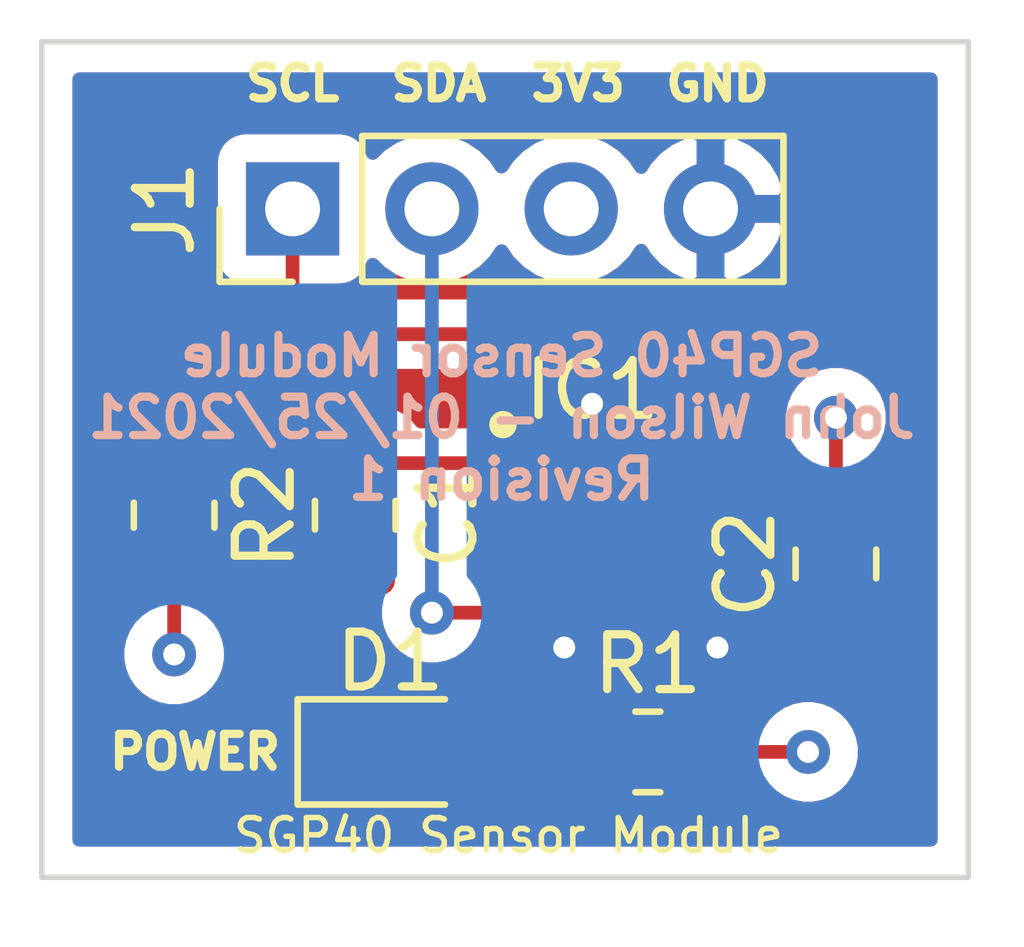
<source format=kicad_pcb>
(kicad_pcb (version 20171130) (host pcbnew "(5.1.9)-1")

  (general
    (thickness 1.6)
    (drawings 11)
    (tracks 27)
    (zones 0)
    (modules 7)
    (nets 7)
  )

  (page A4)
  (layers
    (0 F.Cu signal)
    (1 "In1.Cu_(PWR)" power)
    (2 "In2.Cu_(GND)" power)
    (31 B.Cu signal)
    (32 B.Adhes user)
    (33 F.Adhes user)
    (34 B.Paste user)
    (35 F.Paste user)
    (36 B.SilkS user)
    (37 F.SilkS user)
    (38 B.Mask user)
    (39 F.Mask user)
    (40 Dwgs.User user)
    (41 Cmts.User user)
    (42 Eco1.User user)
    (43 Eco2.User user)
    (44 Edge.Cuts user)
    (45 Margin user)
    (46 B.CrtYd user)
    (47 F.CrtYd user)
    (48 B.Fab user hide)
    (49 F.Fab user hide)
  )

  (setup
    (last_trace_width 0.25)
    (user_trace_width 0.5)
    (trace_clearance 0.2)
    (zone_clearance 0.508)
    (zone_45_only no)
    (trace_min 0.2)
    (via_size 0.8)
    (via_drill 0.4)
    (via_min_size 0.4)
    (via_min_drill 0.3)
    (uvia_size 0.3)
    (uvia_drill 0.1)
    (uvias_allowed no)
    (uvia_min_size 0.2)
    (uvia_min_drill 0.1)
    (edge_width 0.05)
    (segment_width 0.2)
    (pcb_text_width 0.3)
    (pcb_text_size 1.5 1.5)
    (mod_edge_width 0.12)
    (mod_text_size 1 1)
    (mod_text_width 0.15)
    (pad_size 1.524 1.524)
    (pad_drill 0.762)
    (pad_to_mask_clearance 0)
    (aux_axis_origin 0 0)
    (visible_elements 7FFFFFFF)
    (pcbplotparams
      (layerselection 0x010fc_ffffffff)
      (usegerberextensions false)
      (usegerberattributes true)
      (usegerberadvancedattributes true)
      (creategerberjobfile true)
      (excludeedgelayer true)
      (linewidth 0.100000)
      (plotframeref false)
      (viasonmask false)
      (mode 1)
      (useauxorigin false)
      (hpglpennumber 1)
      (hpglpenspeed 20)
      (hpglpendiameter 15.000000)
      (psnegative false)
      (psa4output false)
      (plotreference true)
      (plotvalue true)
      (plotinvisibletext false)
      (padsonsilk false)
      (subtractmaskfromsilk false)
      (outputformat 1)
      (mirror false)
      (drillshape 1)
      (scaleselection 1)
      (outputdirectory ""))
  )

  (net 0 "")
  (net 1 "Net-(C1-Pad1)")
  (net 2 GND)
  (net 3 +3V3)
  (net 4 "Net-(D1-Pad2)")
  (net 5 SDA)
  (net 6 SCL)

  (net_class Default "This is the default net class."
    (clearance 0.2)
    (trace_width 0.25)
    (via_dia 0.8)
    (via_drill 0.4)
    (uvia_dia 0.3)
    (uvia_drill 0.1)
    (add_net +3V3)
    (add_net GND)
    (add_net "Net-(C1-Pad1)")
    (add_net "Net-(D1-Pad2)")
    (add_net SCL)
    (add_net SDA)
  )

  (module Capacitor_SMD:C_0805_2012Metric (layer F.Cu) (tedit 5F68FEEE) (tstamp 600F3825)
    (at 143.256 88.392 270)
    (descr "Capacitor SMD 0805 (2012 Metric), square (rectangular) end terminal, IPC_7351 nominal, (Body size source: IPC-SM-782 page 76, https://www.pcb-3d.com/wordpress/wp-content/uploads/ipc-sm-782a_amendment_1_and_2.pdf, https://docs.google.com/spreadsheets/d/1BsfQQcO9C6DZCsRaXUlFlo91Tg2WpOkGARC1WS5S8t0/edit?usp=sharing), generated with kicad-footprint-generator")
    (tags capacitor)
    (path /600E0A55)
    (attr smd)
    (fp_text reference C1 (at 0 -1.68 90) (layer F.SilkS)
      (effects (font (size 1 1) (thickness 0.15)))
    )
    (fp_text value 1uF (at 0 1.68 90) (layer F.Fab)
      (effects (font (size 1 1) (thickness 0.15)))
    )
    (fp_line (start -1 0.625) (end -1 -0.625) (layer F.Fab) (width 0.1))
    (fp_line (start -1 -0.625) (end 1 -0.625) (layer F.Fab) (width 0.1))
    (fp_line (start 1 -0.625) (end 1 0.625) (layer F.Fab) (width 0.1))
    (fp_line (start 1 0.625) (end -1 0.625) (layer F.Fab) (width 0.1))
    (fp_line (start -0.261252 -0.735) (end 0.261252 -0.735) (layer F.SilkS) (width 0.12))
    (fp_line (start -0.261252 0.735) (end 0.261252 0.735) (layer F.SilkS) (width 0.12))
    (fp_line (start -1.7 0.98) (end -1.7 -0.98) (layer F.CrtYd) (width 0.05))
    (fp_line (start -1.7 -0.98) (end 1.7 -0.98) (layer F.CrtYd) (width 0.05))
    (fp_line (start 1.7 -0.98) (end 1.7 0.98) (layer F.CrtYd) (width 0.05))
    (fp_line (start 1.7 0.98) (end -1.7 0.98) (layer F.CrtYd) (width 0.05))
    (fp_text user %R (at 0 0 90) (layer F.Fab)
      (effects (font (size 0.5 0.5) (thickness 0.08)))
    )
    (pad 1 smd roundrect (at -0.95 0 270) (size 1 1.45) (layers F.Cu F.Paste F.Mask) (roundrect_rratio 0.25)
      (net 1 "Net-(C1-Pad1)"))
    (pad 2 smd roundrect (at 0.95 0 270) (size 1 1.45) (layers F.Cu F.Paste F.Mask) (roundrect_rratio 0.25)
      (net 2 GND))
    (model ${KISYS3DMOD}/Capacitor_SMD.3dshapes/C_0805_2012Metric.wrl
      (at (xyz 0 0 0))
      (scale (xyz 1 1 1))
      (rotate (xyz 0 0 0))
    )
  )

  (module Capacitor_SMD:C_0805_2012Metric (layer F.Cu) (tedit 5F68FEEE) (tstamp 600F3836)
    (at 152.019 89.281 270)
    (descr "Capacitor SMD 0805 (2012 Metric), square (rectangular) end terminal, IPC_7351 nominal, (Body size source: IPC-SM-782 page 76, https://www.pcb-3d.com/wordpress/wp-content/uploads/ipc-sm-782a_amendment_1_and_2.pdf, https://docs.google.com/spreadsheets/d/1BsfQQcO9C6DZCsRaXUlFlo91Tg2WpOkGARC1WS5S8t0/edit?usp=sharing), generated with kicad-footprint-generator")
    (tags capacitor)
    (path /600E4977)
    (attr smd)
    (fp_text reference C2 (at 0 1.651 90) (layer F.SilkS)
      (effects (font (size 1 1) (thickness 0.15)))
    )
    (fp_text value 1uF (at 0 1.68 90) (layer F.Fab)
      (effects (font (size 1 1) (thickness 0.15)))
    )
    (fp_line (start 1.7 0.98) (end -1.7 0.98) (layer F.CrtYd) (width 0.05))
    (fp_line (start 1.7 -0.98) (end 1.7 0.98) (layer F.CrtYd) (width 0.05))
    (fp_line (start -1.7 -0.98) (end 1.7 -0.98) (layer F.CrtYd) (width 0.05))
    (fp_line (start -1.7 0.98) (end -1.7 -0.98) (layer F.CrtYd) (width 0.05))
    (fp_line (start -0.261252 0.735) (end 0.261252 0.735) (layer F.SilkS) (width 0.12))
    (fp_line (start -0.261252 -0.735) (end 0.261252 -0.735) (layer F.SilkS) (width 0.12))
    (fp_line (start 1 0.625) (end -1 0.625) (layer F.Fab) (width 0.1))
    (fp_line (start 1 -0.625) (end 1 0.625) (layer F.Fab) (width 0.1))
    (fp_line (start -1 -0.625) (end 1 -0.625) (layer F.Fab) (width 0.1))
    (fp_line (start -1 0.625) (end -1 -0.625) (layer F.Fab) (width 0.1))
    (fp_text user %R (at 0 0 90) (layer F.Fab)
      (effects (font (size 0.5 0.5) (thickness 0.08)))
    )
    (pad 2 smd roundrect (at 0.95 0 270) (size 1 1.45) (layers F.Cu F.Paste F.Mask) (roundrect_rratio 0.25)
      (net 2 GND))
    (pad 1 smd roundrect (at -0.95 0 270) (size 1 1.45) (layers F.Cu F.Paste F.Mask) (roundrect_rratio 0.25)
      (net 3 +3V3))
    (model ${KISYS3DMOD}/Capacitor_SMD.3dshapes/C_0805_2012Metric.wrl
      (at (xyz 0 0 0))
      (scale (xyz 1 1 1))
      (rotate (xyz 0 0 0))
    )
  )

  (module LED_SMD:LED_0805_2012Metric (layer F.Cu) (tedit 5F68FEF1) (tstamp 600F3849)
    (at 143.891 92.71)
    (descr "LED SMD 0805 (2012 Metric), square (rectangular) end terminal, IPC_7351 nominal, (Body size source: https://docs.google.com/spreadsheets/d/1BsfQQcO9C6DZCsRaXUlFlo91Tg2WpOkGARC1WS5S8t0/edit?usp=sharing), generated with kicad-footprint-generator")
    (tags LED)
    (path /600ECD2F)
    (attr smd)
    (fp_text reference D1 (at 0 -1.65) (layer F.SilkS)
      (effects (font (size 1 1) (thickness 0.15)))
    )
    (fp_text value LED (at 0 1.65) (layer F.Fab)
      (effects (font (size 1 1) (thickness 0.15)))
    )
    (fp_line (start 1 -0.6) (end -0.7 -0.6) (layer F.Fab) (width 0.1))
    (fp_line (start -0.7 -0.6) (end -1 -0.3) (layer F.Fab) (width 0.1))
    (fp_line (start -1 -0.3) (end -1 0.6) (layer F.Fab) (width 0.1))
    (fp_line (start -1 0.6) (end 1 0.6) (layer F.Fab) (width 0.1))
    (fp_line (start 1 0.6) (end 1 -0.6) (layer F.Fab) (width 0.1))
    (fp_line (start 1 -0.96) (end -1.685 -0.96) (layer F.SilkS) (width 0.12))
    (fp_line (start -1.685 -0.96) (end -1.685 0.96) (layer F.SilkS) (width 0.12))
    (fp_line (start -1.685 0.96) (end 1 0.96) (layer F.SilkS) (width 0.12))
    (fp_line (start -1.68 0.95) (end -1.68 -0.95) (layer F.CrtYd) (width 0.05))
    (fp_line (start -1.68 -0.95) (end 1.68 -0.95) (layer F.CrtYd) (width 0.05))
    (fp_line (start 1.68 -0.95) (end 1.68 0.95) (layer F.CrtYd) (width 0.05))
    (fp_line (start 1.68 0.95) (end -1.68 0.95) (layer F.CrtYd) (width 0.05))
    (fp_text user %R (at 0 0) (layer F.Fab)
      (effects (font (size 0.5 0.5) (thickness 0.08)))
    )
    (pad 1 smd roundrect (at -0.9375 0) (size 0.975 1.4) (layers F.Cu F.Paste F.Mask) (roundrect_rratio 0.25)
      (net 2 GND))
    (pad 2 smd roundrect (at 0.9375 0) (size 0.975 1.4) (layers F.Cu F.Paste F.Mask) (roundrect_rratio 0.25)
      (net 4 "Net-(D1-Pad2)"))
    (model ${KISYS3DMOD}/LED_SMD.3dshapes/LED_0805_2012Metric.wrl
      (at (xyz 0 0 0))
      (scale (xyz 1 1 1))
      (rotate (xyz 0 0 0))
    )
  )

  (module SamacSys_Parts:SON80P244X244X95-7N (layer F.Cu) (tedit 0) (tstamp 600F385F)
    (at 147.574 88.265)
    (descr DFN6)
    (tags "Integrated Circuit")
    (path /600DEF4D)
    (attr smd)
    (fp_text reference IC1 (at 0 -2.159) (layer F.SilkS)
      (effects (font (size 1 1) (thickness 0.15)))
    )
    (fp_text value SGP40-D-R4 (at 0 0) (layer F.Fab) hide
      (effects (font (size 1.27 1.27) (thickness 0.254)))
    )
    (fp_line (start -1.85 -1.52) (end 1.85 -1.52) (layer F.CrtYd) (width 0.05))
    (fp_line (start 1.85 -1.52) (end 1.85 1.52) (layer F.CrtYd) (width 0.05))
    (fp_line (start 1.85 1.52) (end -1.85 1.52) (layer F.CrtYd) (width 0.05))
    (fp_line (start -1.85 1.52) (end -1.85 -1.52) (layer F.CrtYd) (width 0.05))
    (fp_line (start -1.22 -1.22) (end 1.22 -1.22) (layer F.Fab) (width 0.1))
    (fp_line (start 1.22 -1.22) (end 1.22 1.22) (layer F.Fab) (width 0.1))
    (fp_line (start 1.22 1.22) (end -1.22 1.22) (layer F.Fab) (width 0.1))
    (fp_line (start -1.22 1.22) (end -1.22 -1.22) (layer F.Fab) (width 0.1))
    (fp_line (start -1.22 -0.61) (end -0.61 -1.22) (layer F.Fab) (width 0.1))
    (fp_circle (center -1.625 -1.525) (end -1.625 -1.4) (layer F.SilkS) (width 0.25))
    (fp_text user %R (at 0 0) (layer F.Fab)
      (effects (font (size 1.27 1.27) (thickness 0.254)))
    )
    (pad 1 smd rect (at -1.25 -0.8 90) (size 0.45 0.75) (layers F.Cu F.Paste F.Mask)
      (net 1 "Net-(C1-Pad1)"))
    (pad 2 smd rect (at -1.25 0 90) (size 0.45 0.75) (layers F.Cu F.Paste F.Mask)
      (net 2 GND))
    (pad 3 smd rect (at -1.25 0.8 90) (size 0.45 0.75) (layers F.Cu F.Paste F.Mask)
      (net 5 SDA))
    (pad 4 smd rect (at 1.25 0.8 90) (size 0.45 0.75) (layers F.Cu F.Paste F.Mask)
      (net 2 GND))
    (pad 5 smd rect (at 1.25 0 90) (size 0.45 0.75) (layers F.Cu F.Paste F.Mask)
      (net 3 +3V3))
    (pad 6 smd rect (at 1.25 -0.8 90) (size 0.45 0.75) (layers F.Cu F.Paste F.Mask)
      (net 6 SCL))
    (pad 7 smd rect (at 0 0) (size 1.35 1.74) (layers F.Cu F.Paste F.Mask)
      (net 2 GND))
    (model "C:\\Users\\John\\OneDrive\\Electronics\\Electronics Projects\\Local Libraries\\SamacSys_Parts.3dshapes\\SGP40-D-R4.stp"
      (at (xyz 0 0 0))
      (scale (xyz 1 1 1))
      (rotate (xyz 0 0 0))
    )
  )

  (module Connector_PinHeader_2.54mm:PinHeader_1x04_P2.54mm_Vertical (layer F.Cu) (tedit 59FED5CC) (tstamp 600F3877)
    (at 142.113 82.804 90)
    (descr "Through hole straight pin header, 1x04, 2.54mm pitch, single row")
    (tags "Through hole pin header THT 1x04 2.54mm single row")
    (path /600E6F68)
    (fp_text reference J1 (at 0 -2.33 90) (layer F.SilkS)
      (effects (font (size 1 1) (thickness 0.15)))
    )
    (fp_text value Conn_01x04 (at 0 9.95 90) (layer F.Fab)
      (effects (font (size 1 1) (thickness 0.15)))
    )
    (fp_line (start -0.635 -1.27) (end 1.27 -1.27) (layer F.Fab) (width 0.1))
    (fp_line (start 1.27 -1.27) (end 1.27 8.89) (layer F.Fab) (width 0.1))
    (fp_line (start 1.27 8.89) (end -1.27 8.89) (layer F.Fab) (width 0.1))
    (fp_line (start -1.27 8.89) (end -1.27 -0.635) (layer F.Fab) (width 0.1))
    (fp_line (start -1.27 -0.635) (end -0.635 -1.27) (layer F.Fab) (width 0.1))
    (fp_line (start -1.33 8.95) (end 1.33 8.95) (layer F.SilkS) (width 0.12))
    (fp_line (start -1.33 1.27) (end -1.33 8.95) (layer F.SilkS) (width 0.12))
    (fp_line (start 1.33 1.27) (end 1.33 8.95) (layer F.SilkS) (width 0.12))
    (fp_line (start -1.33 1.27) (end 1.33 1.27) (layer F.SilkS) (width 0.12))
    (fp_line (start -1.33 0) (end -1.33 -1.33) (layer F.SilkS) (width 0.12))
    (fp_line (start -1.33 -1.33) (end 0 -1.33) (layer F.SilkS) (width 0.12))
    (fp_line (start -1.8 -1.8) (end -1.8 9.4) (layer F.CrtYd) (width 0.05))
    (fp_line (start -1.8 9.4) (end 1.8 9.4) (layer F.CrtYd) (width 0.05))
    (fp_line (start 1.8 9.4) (end 1.8 -1.8) (layer F.CrtYd) (width 0.05))
    (fp_line (start 1.8 -1.8) (end -1.8 -1.8) (layer F.CrtYd) (width 0.05))
    (fp_text user %R (at 0 3.81) (layer F.Fab)
      (effects (font (size 1 1) (thickness 0.15)))
    )
    (pad 1 thru_hole rect (at 0 0 90) (size 1.7 1.7) (drill 1) (layers *.Cu *.Mask)
      (net 6 SCL))
    (pad 2 thru_hole oval (at 0 2.54 90) (size 1.7 1.7) (drill 1) (layers *.Cu *.Mask)
      (net 5 SDA))
    (pad 3 thru_hole oval (at 0 5.08 90) (size 1.7 1.7) (drill 1) (layers *.Cu *.Mask)
      (net 3 +3V3))
    (pad 4 thru_hole oval (at 0 7.62 90) (size 1.7 1.7) (drill 1) (layers *.Cu *.Mask)
      (net 2 GND))
    (model ${KISYS3DMOD}/Connector_PinHeader_2.54mm.3dshapes/PinHeader_1x04_P2.54mm_Vertical.wrl
      (at (xyz 0 0 0))
      (scale (xyz 1 1 1))
      (rotate (xyz 0 0 0))
    )
  )

  (module Resistor_SMD:R_0805_2012Metric (layer F.Cu) (tedit 5F68FEEE) (tstamp 600F3888)
    (at 148.59 92.71 180)
    (descr "Resistor SMD 0805 (2012 Metric), square (rectangular) end terminal, IPC_7351 nominal, (Body size source: IPC-SM-782 page 72, https://www.pcb-3d.com/wordpress/wp-content/uploads/ipc-sm-782a_amendment_1_and_2.pdf), generated with kicad-footprint-generator")
    (tags resistor)
    (path /600EC763)
    (attr smd)
    (fp_text reference R1 (at 0.002313 1.601347) (layer F.SilkS)
      (effects (font (size 1 1) (thickness 0.15)))
    )
    (fp_text value 1K (at 0 1.65) (layer F.Fab)
      (effects (font (size 1 1) (thickness 0.15)))
    )
    (fp_line (start 1.68 0.95) (end -1.68 0.95) (layer F.CrtYd) (width 0.05))
    (fp_line (start 1.68 -0.95) (end 1.68 0.95) (layer F.CrtYd) (width 0.05))
    (fp_line (start -1.68 -0.95) (end 1.68 -0.95) (layer F.CrtYd) (width 0.05))
    (fp_line (start -1.68 0.95) (end -1.68 -0.95) (layer F.CrtYd) (width 0.05))
    (fp_line (start -0.227064 0.735) (end 0.227064 0.735) (layer F.SilkS) (width 0.12))
    (fp_line (start -0.227064 -0.735) (end 0.227064 -0.735) (layer F.SilkS) (width 0.12))
    (fp_line (start 1 0.625) (end -1 0.625) (layer F.Fab) (width 0.1))
    (fp_line (start 1 -0.625) (end 1 0.625) (layer F.Fab) (width 0.1))
    (fp_line (start -1 -0.625) (end 1 -0.625) (layer F.Fab) (width 0.1))
    (fp_line (start -1 0.625) (end -1 -0.625) (layer F.Fab) (width 0.1))
    (fp_text user %R (at 0 0) (layer F.Fab)
      (effects (font (size 0.5 0.5) (thickness 0.08)))
    )
    (pad 2 smd roundrect (at 0.9125 0 180) (size 1.025 1.4) (layers F.Cu F.Paste F.Mask) (roundrect_rratio 0.243902)
      (net 4 "Net-(D1-Pad2)"))
    (pad 1 smd roundrect (at -0.9125 0 180) (size 1.025 1.4) (layers F.Cu F.Paste F.Mask) (roundrect_rratio 0.243902)
      (net 3 +3V3))
    (model ${KISYS3DMOD}/Resistor_SMD.3dshapes/R_0805_2012Metric.wrl
      (at (xyz 0 0 0))
      (scale (xyz 1 1 1))
      (rotate (xyz 0 0 0))
    )
  )

  (module Resistor_SMD:R_0805_2012Metric (layer F.Cu) (tedit 5F68FEEE) (tstamp 600F3899)
    (at 139.954 88.392 90)
    (descr "Resistor SMD 0805 (2012 Metric), square (rectangular) end terminal, IPC_7351 nominal, (Body size source: IPC-SM-782 page 72, https://www.pcb-3d.com/wordpress/wp-content/uploads/ipc-sm-782a_amendment_1_and_2.pdf), generated with kicad-footprint-generator")
    (tags resistor)
    (path /600E0557)
    (attr smd)
    (fp_text reference R2 (at 0 1.651 90) (layer F.SilkS)
      (effects (font (size 1 1) (thickness 0.15)))
    )
    (fp_text value 4.7R (at 0 1.65 90) (layer F.Fab)
      (effects (font (size 1 1) (thickness 0.15)))
    )
    (fp_line (start -1 0.625) (end -1 -0.625) (layer F.Fab) (width 0.1))
    (fp_line (start -1 -0.625) (end 1 -0.625) (layer F.Fab) (width 0.1))
    (fp_line (start 1 -0.625) (end 1 0.625) (layer F.Fab) (width 0.1))
    (fp_line (start 1 0.625) (end -1 0.625) (layer F.Fab) (width 0.1))
    (fp_line (start -0.227064 -0.735) (end 0.227064 -0.735) (layer F.SilkS) (width 0.12))
    (fp_line (start -0.227064 0.735) (end 0.227064 0.735) (layer F.SilkS) (width 0.12))
    (fp_line (start -1.68 0.95) (end -1.68 -0.95) (layer F.CrtYd) (width 0.05))
    (fp_line (start -1.68 -0.95) (end 1.68 -0.95) (layer F.CrtYd) (width 0.05))
    (fp_line (start 1.68 -0.95) (end 1.68 0.95) (layer F.CrtYd) (width 0.05))
    (fp_line (start 1.68 0.95) (end -1.68 0.95) (layer F.CrtYd) (width 0.05))
    (fp_text user %R (at 0 0 90) (layer F.Fab)
      (effects (font (size 0.5 0.5) (thickness 0.08)))
    )
    (pad 1 smd roundrect (at -0.9125 0 90) (size 1.025 1.4) (layers F.Cu F.Paste F.Mask) (roundrect_rratio 0.243902)
      (net 3 +3V3))
    (pad 2 smd roundrect (at 0.9125 0 90) (size 1.025 1.4) (layers F.Cu F.Paste F.Mask) (roundrect_rratio 0.243902)
      (net 1 "Net-(C1-Pad1)"))
    (model ${KISYS3DMOD}/Resistor_SMD.3dshapes/R_0805_2012Metric.wrl
      (at (xyz 0 0 0))
      (scale (xyz 1 1 1))
      (rotate (xyz 0 0 0))
    )
  )

  (gr_text "SGP40 Sensor Module\nJohn Wilson - 01/25/2021\nRevision 1" (at 145.923 86.614) (layer B.SilkS)
    (effects (font (size 0.7 0.7) (thickness 0.15)) (justify mirror))
  )
  (gr_text "SGP40 Sensor Module" (at 146.05 94.234) (layer F.SilkS) (tstamp 600F4295)
    (effects (font (size 0.6 0.6) (thickness 0.1)))
  )
  (gr_text POWER (at 140.335 92.71) (layer F.SilkS) (tstamp 600F42A3)
    (effects (font (size 0.6 0.6) (thickness 0.15)))
  )
  (gr_text GND (at 149.86 80.518) (layer F.SilkS) (tstamp 600F4295)
    (effects (font (size 0.6 0.6) (thickness 0.15)))
  )
  (gr_text 3V3 (at 147.32 80.518) (layer F.SilkS) (tstamp 600F4295)
    (effects (font (size 0.6 0.6) (thickness 0.15)))
  )
  (gr_text SDA (at 144.78 80.518) (layer F.SilkS) (tstamp 600F4295)
    (effects (font (size 0.6 0.6) (thickness 0.15)))
  )
  (gr_text SCL (at 142.113 80.518) (layer F.SilkS)
    (effects (font (size 0.6 0.6) (thickness 0.15)))
  )
  (gr_line (start 154.432 79.756) (end 154.432 94.996) (layer Edge.Cuts) (width 0.1))
  (gr_line (start 137.541 79.756) (end 154.432 79.756) (layer Edge.Cuts) (width 0.1))
  (gr_line (start 137.541 94.996) (end 137.541 79.756) (layer Edge.Cuts) (width 0.1))
  (gr_line (start 154.432 94.996) (end 137.541 94.996) (layer Edge.Cuts) (width 0.1))

  (segment (start 143.2185 87.4795) (end 143.256 87.442) (width 0.25) (layer F.Cu) (net 1))
  (segment (start 139.954 87.4795) (end 143.2185 87.4795) (width 0.25) (layer F.Cu) (net 1))
  (segment (start 146.301 87.442) (end 146.324 87.465) (width 0.25) (layer F.Cu) (net 1))
  (segment (start 143.256 87.442) (end 146.301 87.442) (width 0.25) (layer F.Cu) (net 1))
  (segment (start 146.324 88.265) (end 147.574 88.265) (width 0.25) (layer F.Cu) (net 2))
  (via (at 147.066 90.805) (size 0.8) (drill 0.4) (layers F.Cu B.Cu) (net 2))
  (via (at 149.86 90.805) (size 0.8) (drill 0.4) (layers F.Cu B.Cu) (net 2))
  (via (at 147.574 86.36) (size 0.8) (drill 0.4) (layers F.Cu B.Cu) (net 2))
  (segment (start 148.89 88.331) (end 148.824 88.265) (width 0.25) (layer F.Cu) (net 3))
  (segment (start 152.019 88.331) (end 148.89 88.331) (width 0.25) (layer F.Cu) (net 3))
  (via (at 139.954 90.932) (size 0.8) (drill 0.4) (layers F.Cu B.Cu) (net 3))
  (segment (start 139.954 89.3045) (end 139.954 90.932) (width 0.25) (layer F.Cu) (net 3))
  (via (at 151.511 92.71) (size 0.8) (drill 0.4) (layers F.Cu B.Cu) (net 3))
  (segment (start 149.5025 92.71) (end 151.511 92.71) (width 0.25) (layer F.Cu) (net 3))
  (via (at 152.019 86.614) (size 0.8) (drill 0.4) (layers F.Cu B.Cu) (net 3))
  (segment (start 152.019 88.331) (end 152.019 86.614) (width 0.25) (layer F.Cu) (net 3))
  (segment (start 147.6775 92.71) (end 144.8285 92.71) (width 0.25) (layer F.Cu) (net 4))
  (segment (start 146.324 89.065) (end 146.324 89.769) (width 0.25) (layer F.Cu) (net 5))
  (via (at 144.653 90.17) (size 0.8) (drill 0.4) (layers F.Cu B.Cu) (net 5))
  (segment (start 145.923 90.17) (end 144.653 90.17) (width 0.25) (layer F.Cu) (net 5))
  (segment (start 146.324 89.769) (end 145.923 90.17) (width 0.25) (layer F.Cu) (net 5))
  (segment (start 144.653 90.17) (end 144.653 82.804) (width 0.25) (layer B.Cu) (net 5))
  (segment (start 142.621 85.09) (end 142.113 84.582) (width 0.25) (layer F.Cu) (net 6))
  (segment (start 148.336 85.09) (end 142.621 85.09) (width 0.25) (layer F.Cu) (net 6))
  (segment (start 148.824 85.578) (end 148.336 85.09) (width 0.25) (layer F.Cu) (net 6))
  (segment (start 142.113 84.582) (end 142.113 82.804) (width 0.25) (layer F.Cu) (net 6))
  (segment (start 148.824 87.465) (end 148.824 85.578) (width 0.25) (layer F.Cu) (net 6))

  (zone (net 3) (net_name +3V3) (layer "In1.Cu_(PWR)") (tstamp 0) (hatch edge 0.508)
    (connect_pads (clearance 0.508))
    (min_thickness 0.254)
    (fill yes (arc_segments 32) (thermal_gap 0.508) (thermal_bridge_width 0.508))
    (polygon
      (pts
        (xy 155.448 96.266) (xy 136.779 96.266) (xy 136.779 78.994) (xy 155.448 78.994)
      )
    )
    (filled_polygon
      (pts
        (xy 153.747001 94.311) (xy 138.226 94.311) (xy 138.226 90.068061) (xy 143.618 90.068061) (xy 143.618 90.271939)
        (xy 143.657774 90.471898) (xy 143.735795 90.660256) (xy 143.849063 90.829774) (xy 143.993226 90.973937) (xy 144.162744 91.087205)
        (xy 144.351102 91.165226) (xy 144.551061 91.205) (xy 144.754939 91.205) (xy 144.954898 91.165226) (xy 145.143256 91.087205)
        (xy 145.312774 90.973937) (xy 145.456937 90.829774) (xy 145.541603 90.703061) (xy 146.031 90.703061) (xy 146.031 90.906939)
        (xy 146.070774 91.106898) (xy 146.148795 91.295256) (xy 146.262063 91.464774) (xy 146.406226 91.608937) (xy 146.575744 91.722205)
        (xy 146.764102 91.800226) (xy 146.964061 91.84) (xy 147.167939 91.84) (xy 147.367898 91.800226) (xy 147.556256 91.722205)
        (xy 147.725774 91.608937) (xy 147.869937 91.464774) (xy 147.983205 91.295256) (xy 148.061226 91.106898) (xy 148.101 90.906939)
        (xy 148.101 90.703061) (xy 148.825 90.703061) (xy 148.825 90.906939) (xy 148.864774 91.106898) (xy 148.942795 91.295256)
        (xy 149.056063 91.464774) (xy 149.200226 91.608937) (xy 149.369744 91.722205) (xy 149.558102 91.800226) (xy 149.758061 91.84)
        (xy 149.961939 91.84) (xy 150.161898 91.800226) (xy 150.350256 91.722205) (xy 150.519774 91.608937) (xy 150.663937 91.464774)
        (xy 150.777205 91.295256) (xy 150.855226 91.106898) (xy 150.895 90.906939) (xy 150.895 90.703061) (xy 150.855226 90.503102)
        (xy 150.777205 90.314744) (xy 150.663937 90.145226) (xy 150.519774 90.001063) (xy 150.350256 89.887795) (xy 150.161898 89.809774)
        (xy 149.961939 89.77) (xy 149.758061 89.77) (xy 149.558102 89.809774) (xy 149.369744 89.887795) (xy 149.200226 90.001063)
        (xy 149.056063 90.145226) (xy 148.942795 90.314744) (xy 148.864774 90.503102) (xy 148.825 90.703061) (xy 148.101 90.703061)
        (xy 148.061226 90.503102) (xy 147.983205 90.314744) (xy 147.869937 90.145226) (xy 147.725774 90.001063) (xy 147.556256 89.887795)
        (xy 147.367898 89.809774) (xy 147.167939 89.77) (xy 146.964061 89.77) (xy 146.764102 89.809774) (xy 146.575744 89.887795)
        (xy 146.406226 90.001063) (xy 146.262063 90.145226) (xy 146.148795 90.314744) (xy 146.070774 90.503102) (xy 146.031 90.703061)
        (xy 145.541603 90.703061) (xy 145.570205 90.660256) (xy 145.648226 90.471898) (xy 145.688 90.271939) (xy 145.688 90.068061)
        (xy 145.648226 89.868102) (xy 145.570205 89.679744) (xy 145.456937 89.510226) (xy 145.312774 89.366063) (xy 145.143256 89.252795)
        (xy 144.954898 89.174774) (xy 144.754939 89.135) (xy 144.551061 89.135) (xy 144.351102 89.174774) (xy 144.162744 89.252795)
        (xy 143.993226 89.366063) (xy 143.849063 89.510226) (xy 143.735795 89.679744) (xy 143.657774 89.868102) (xy 143.618 90.068061)
        (xy 138.226 90.068061) (xy 138.226 86.258061) (xy 146.539 86.258061) (xy 146.539 86.461939) (xy 146.578774 86.661898)
        (xy 146.656795 86.850256) (xy 146.770063 87.019774) (xy 146.914226 87.163937) (xy 147.083744 87.277205) (xy 147.272102 87.355226)
        (xy 147.472061 87.395) (xy 147.675939 87.395) (xy 147.875898 87.355226) (xy 148.064256 87.277205) (xy 148.233774 87.163937)
        (xy 148.377937 87.019774) (xy 148.491205 86.850256) (xy 148.569226 86.661898) (xy 148.609 86.461939) (xy 148.609 86.258061)
        (xy 148.569226 86.058102) (xy 148.491205 85.869744) (xy 148.377937 85.700226) (xy 148.233774 85.556063) (xy 148.064256 85.442795)
        (xy 147.875898 85.364774) (xy 147.675939 85.325) (xy 147.472061 85.325) (xy 147.272102 85.364774) (xy 147.083744 85.442795)
        (xy 146.914226 85.556063) (xy 146.770063 85.700226) (xy 146.656795 85.869744) (xy 146.578774 86.058102) (xy 146.539 86.258061)
        (xy 138.226 86.258061) (xy 138.226 81.954) (xy 140.624928 81.954) (xy 140.624928 83.654) (xy 140.637188 83.778482)
        (xy 140.673498 83.89818) (xy 140.732463 84.008494) (xy 140.811815 84.105185) (xy 140.908506 84.184537) (xy 141.01882 84.243502)
        (xy 141.138518 84.279812) (xy 141.263 84.292072) (xy 142.963 84.292072) (xy 143.087482 84.279812) (xy 143.20718 84.243502)
        (xy 143.317494 84.184537) (xy 143.414185 84.105185) (xy 143.493537 84.008494) (xy 143.552502 83.89818) (xy 143.574513 83.82562)
        (xy 143.706368 83.957475) (xy 143.949589 84.11999) (xy 144.219842 84.231932) (xy 144.50674 84.289) (xy 144.79926 84.289)
        (xy 145.086158 84.231932) (xy 145.356411 84.11999) (xy 145.599632 83.957475) (xy 145.806475 83.750632) (xy 145.928195 83.568466)
        (xy 145.997822 83.685355) (xy 146.192731 83.901588) (xy 146.42608 84.075641) (xy 146.688901 84.200825) (xy 146.83611 84.245476)
        (xy 147.066 84.124155) (xy 147.066 82.931) (xy 147.046 82.931) (xy 147.046 82.677) (xy 147.066 82.677)
        (xy 147.066 81.483845) (xy 147.32 81.483845) (xy 147.32 82.677) (xy 147.34 82.677) (xy 147.34 82.931)
        (xy 147.32 82.931) (xy 147.32 84.124155) (xy 147.54989 84.245476) (xy 147.697099 84.200825) (xy 147.95992 84.075641)
        (xy 148.193269 83.901588) (xy 148.388178 83.685355) (xy 148.457805 83.568466) (xy 148.579525 83.750632) (xy 148.786368 83.957475)
        (xy 149.029589 84.11999) (xy 149.299842 84.231932) (xy 149.58674 84.289) (xy 149.87926 84.289) (xy 150.166158 84.231932)
        (xy 150.436411 84.11999) (xy 150.679632 83.957475) (xy 150.886475 83.750632) (xy 151.04899 83.507411) (xy 151.160932 83.237158)
        (xy 151.218 82.95026) (xy 151.218 82.65774) (xy 151.160932 82.370842) (xy 151.04899 82.100589) (xy 150.886475 81.857368)
        (xy 150.679632 81.650525) (xy 150.436411 81.48801) (xy 150.166158 81.376068) (xy 149.87926 81.319) (xy 149.58674 81.319)
        (xy 149.299842 81.376068) (xy 149.029589 81.48801) (xy 148.786368 81.650525) (xy 148.579525 81.857368) (xy 148.457805 82.039534)
        (xy 148.388178 81.922645) (xy 148.193269 81.706412) (xy 147.95992 81.532359) (xy 147.697099 81.407175) (xy 147.54989 81.362524)
        (xy 147.32 81.483845) (xy 147.066 81.483845) (xy 146.83611 81.362524) (xy 146.688901 81.407175) (xy 146.42608 81.532359)
        (xy 146.192731 81.706412) (xy 145.997822 81.922645) (xy 145.928195 82.039534) (xy 145.806475 81.857368) (xy 145.599632 81.650525)
        (xy 145.356411 81.48801) (xy 145.086158 81.376068) (xy 144.79926 81.319) (xy 144.50674 81.319) (xy 144.219842 81.376068)
        (xy 143.949589 81.48801) (xy 143.706368 81.650525) (xy 143.574513 81.78238) (xy 143.552502 81.70982) (xy 143.493537 81.599506)
        (xy 143.414185 81.502815) (xy 143.317494 81.423463) (xy 143.20718 81.364498) (xy 143.087482 81.328188) (xy 142.963 81.315928)
        (xy 141.263 81.315928) (xy 141.138518 81.328188) (xy 141.01882 81.364498) (xy 140.908506 81.423463) (xy 140.811815 81.502815)
        (xy 140.732463 81.599506) (xy 140.673498 81.70982) (xy 140.637188 81.829518) (xy 140.624928 81.954) (xy 138.226 81.954)
        (xy 138.226 80.441) (xy 153.747 80.441)
      )
    )
  )
  (zone (net 2) (net_name GND) (layer F.Cu) (tstamp 0) (hatch edge 0.508)
    (connect_pads (clearance 0.508))
    (min_thickness 0.254)
    (fill yes (arc_segments 32) (thermal_gap 0.508) (thermal_bridge_width 0.508))
    (polygon
      (pts
        (xy 155.448 96.266) (xy 136.779 96.266) (xy 136.779 78.994) (xy 155.448 78.994)
      )
    )
    (filled_polygon
      (pts
        (xy 153.747001 94.311) (xy 138.226 94.311) (xy 138.226 93.41) (xy 141.827928 93.41) (xy 141.840188 93.534482)
        (xy 141.876498 93.65418) (xy 141.935463 93.764494) (xy 142.014815 93.861185) (xy 142.111506 93.940537) (xy 142.22182 93.999502)
        (xy 142.341518 94.035812) (xy 142.466 94.048072) (xy 142.66775 94.045) (xy 142.8265 93.88625) (xy 142.8265 92.837)
        (xy 141.98975 92.837) (xy 141.831 92.99575) (xy 141.827928 93.41) (xy 138.226 93.41) (xy 138.226 92.01)
        (xy 141.827928 92.01) (xy 141.831 92.42425) (xy 141.98975 92.583) (xy 142.8265 92.583) (xy 142.8265 91.53375)
        (xy 143.0805 91.53375) (xy 143.0805 92.583) (xy 143.1005 92.583) (xy 143.1005 92.837) (xy 143.0805 92.837)
        (xy 143.0805 93.88625) (xy 143.23925 94.045) (xy 143.441 94.048072) (xy 143.565482 94.035812) (xy 143.68518 93.999502)
        (xy 143.795494 93.940537) (xy 143.892185 93.861185) (xy 143.955992 93.783436) (xy 143.961208 93.789792) (xy 144.094836 93.899458)
        (xy 144.247291 93.980947) (xy 144.412715 94.031128) (xy 144.58475 94.048072) (xy 145.07225 94.048072) (xy 145.244285 94.031128)
        (xy 145.409709 93.980947) (xy 145.562164 93.899458) (xy 145.695792 93.789792) (xy 145.805458 93.656164) (xy 145.886947 93.503709)
        (xy 145.897173 93.47) (xy 146.585473 93.47) (xy 146.594528 93.499851) (xy 146.676595 93.653387) (xy 146.787038 93.787962)
        (xy 146.921613 93.898405) (xy 147.075149 93.980472) (xy 147.241745 94.031008) (xy 147.414999 94.048072) (xy 147.940001 94.048072)
        (xy 148.113255 94.031008) (xy 148.279851 93.980472) (xy 148.433387 93.898405) (xy 148.567962 93.787962) (xy 148.59 93.761109)
        (xy 148.612038 93.787962) (xy 148.746613 93.898405) (xy 148.900149 93.980472) (xy 149.066745 94.031008) (xy 149.239999 94.048072)
        (xy 149.765001 94.048072) (xy 149.938255 94.031008) (xy 150.104851 93.980472) (xy 150.258387 93.898405) (xy 150.392962 93.787962)
        (xy 150.503405 93.653387) (xy 150.585472 93.499851) (xy 150.594527 93.47) (xy 150.807289 93.47) (xy 150.851226 93.513937)
        (xy 151.020744 93.627205) (xy 151.209102 93.705226) (xy 151.409061 93.745) (xy 151.612939 93.745) (xy 151.812898 93.705226)
        (xy 152.001256 93.627205) (xy 152.170774 93.513937) (xy 152.314937 93.369774) (xy 152.428205 93.200256) (xy 152.506226 93.011898)
        (xy 152.546 92.811939) (xy 152.546 92.608061) (xy 152.506226 92.408102) (xy 152.428205 92.219744) (xy 152.314937 92.050226)
        (xy 152.170774 91.906063) (xy 152.001256 91.792795) (xy 151.812898 91.714774) (xy 151.612939 91.675) (xy 151.409061 91.675)
        (xy 151.209102 91.714774) (xy 151.020744 91.792795) (xy 150.851226 91.906063) (xy 150.807289 91.95) (xy 150.594527 91.95)
        (xy 150.585472 91.920149) (xy 150.503405 91.766613) (xy 150.392962 91.632038) (xy 150.258387 91.521595) (xy 150.104851 91.439528)
        (xy 149.938255 91.388992) (xy 149.765001 91.371928) (xy 149.239999 91.371928) (xy 149.066745 91.388992) (xy 148.900149 91.439528)
        (xy 148.746613 91.521595) (xy 148.612038 91.632038) (xy 148.59 91.658891) (xy 148.567962 91.632038) (xy 148.433387 91.521595)
        (xy 148.279851 91.439528) (xy 148.113255 91.388992) (xy 147.940001 91.371928) (xy 147.414999 91.371928) (xy 147.241745 91.388992)
        (xy 147.075149 91.439528) (xy 146.921613 91.521595) (xy 146.787038 91.632038) (xy 146.676595 91.766613) (xy 146.594528 91.920149)
        (xy 146.585473 91.95) (xy 145.897173 91.95) (xy 145.886947 91.916291) (xy 145.805458 91.763836) (xy 145.695792 91.630208)
        (xy 145.562164 91.520542) (xy 145.409709 91.439053) (xy 145.244285 91.388872) (xy 145.07225 91.371928) (xy 144.58475 91.371928)
        (xy 144.412715 91.388872) (xy 144.247291 91.439053) (xy 144.094836 91.520542) (xy 143.961208 91.630208) (xy 143.955992 91.636564)
        (xy 143.892185 91.558815) (xy 143.795494 91.479463) (xy 143.68518 91.420498) (xy 143.565482 91.384188) (xy 143.441 91.371928)
        (xy 143.23925 91.375) (xy 143.0805 91.53375) (xy 142.8265 91.53375) (xy 142.66775 91.375) (xy 142.466 91.371928)
        (xy 142.341518 91.384188) (xy 142.22182 91.420498) (xy 142.111506 91.479463) (xy 142.014815 91.558815) (xy 141.935463 91.655506)
        (xy 141.876498 91.76582) (xy 141.840188 91.885518) (xy 141.827928 92.01) (xy 138.226 92.01) (xy 138.226 87.216999)
        (xy 138.615928 87.216999) (xy 138.615928 87.742001) (xy 138.632992 87.915255) (xy 138.683528 88.081851) (xy 138.765595 88.235387)
        (xy 138.876038 88.369962) (xy 138.902891 88.392) (xy 138.876038 88.414038) (xy 138.765595 88.548613) (xy 138.683528 88.702149)
        (xy 138.632992 88.868745) (xy 138.615928 89.041999) (xy 138.615928 89.567001) (xy 138.632992 89.740255) (xy 138.683528 89.906851)
        (xy 138.765595 90.060387) (xy 138.876038 90.194962) (xy 139.010613 90.305405) (xy 139.09703 90.351596) (xy 139.036795 90.441744)
        (xy 138.958774 90.630102) (xy 138.919 90.830061) (xy 138.919 91.033939) (xy 138.958774 91.233898) (xy 139.036795 91.422256)
        (xy 139.150063 91.591774) (xy 139.294226 91.735937) (xy 139.463744 91.849205) (xy 139.652102 91.927226) (xy 139.852061 91.967)
        (xy 140.055939 91.967) (xy 140.255898 91.927226) (xy 140.444256 91.849205) (xy 140.613774 91.735937) (xy 140.757937 91.591774)
        (xy 140.871205 91.422256) (xy 140.949226 91.233898) (xy 140.989 91.033939) (xy 140.989 90.830061) (xy 140.949226 90.630102)
        (xy 140.871205 90.441744) (xy 140.81097 90.351596) (xy 140.897387 90.305405) (xy 141.031962 90.194962) (xy 141.142405 90.060387)
        (xy 141.224472 89.906851) (xy 141.244144 89.842) (xy 141.892928 89.842) (xy 141.905188 89.966482) (xy 141.941498 90.08618)
        (xy 142.000463 90.196494) (xy 142.079815 90.293185) (xy 142.176506 90.372537) (xy 142.28682 90.431502) (xy 142.406518 90.467812)
        (xy 142.531 90.480072) (xy 142.97025 90.477) (xy 143.129 90.31825) (xy 143.129 89.469) (xy 142.05475 89.469)
        (xy 141.896 89.62775) (xy 141.892928 89.842) (xy 141.244144 89.842) (xy 141.275008 89.740255) (xy 141.292072 89.567001)
        (xy 141.292072 89.041999) (xy 141.275008 88.868745) (xy 141.224472 88.702149) (xy 141.142405 88.548613) (xy 141.031962 88.414038)
        (xy 141.005109 88.392) (xy 141.031962 88.369962) (xy 141.13903 88.2395) (xy 142.087005 88.2395) (xy 142.153038 88.319962)
        (xy 142.159594 88.325342) (xy 142.079815 88.390815) (xy 142.000463 88.487506) (xy 141.941498 88.59782) (xy 141.905188 88.717518)
        (xy 141.892928 88.842) (xy 141.896 89.05625) (xy 142.05475 89.215) (xy 143.129 89.215) (xy 143.129 89.195)
        (xy 143.383 89.195) (xy 143.383 89.215) (xy 143.403 89.215) (xy 143.403 89.469) (xy 143.383 89.469)
        (xy 143.383 90.31825) (xy 143.54175 90.477) (xy 143.660231 90.477829) (xy 143.735795 90.660256) (xy 143.849063 90.829774)
        (xy 143.993226 90.973937) (xy 144.162744 91.087205) (xy 144.351102 91.165226) (xy 144.551061 91.205) (xy 144.754939 91.205)
        (xy 144.954898 91.165226) (xy 145.143256 91.087205) (xy 145.312774 90.973937) (xy 145.356711 90.93) (xy 145.885678 90.93)
        (xy 145.923 90.933676) (xy 145.960322 90.93) (xy 145.960333 90.93) (xy 146.071986 90.919003) (xy 146.215247 90.875546)
        (xy 146.347276 90.804974) (xy 146.437413 90.731) (xy 150.655928 90.731) (xy 150.668188 90.855482) (xy 150.704498 90.97518)
        (xy 150.763463 91.085494) (xy 150.842815 91.182185) (xy 150.939506 91.261537) (xy 151.04982 91.320502) (xy 151.169518 91.356812)
        (xy 151.294 91.369072) (xy 151.73325 91.366) (xy 151.892 91.20725) (xy 151.892 90.358) (xy 152.146 90.358)
        (xy 152.146 91.20725) (xy 152.30475 91.366) (xy 152.744 91.369072) (xy 152.868482 91.356812) (xy 152.98818 91.320502)
        (xy 153.098494 91.261537) (xy 153.195185 91.182185) (xy 153.274537 91.085494) (xy 153.333502 90.97518) (xy 153.369812 90.855482)
        (xy 153.382072 90.731) (xy 153.379 90.51675) (xy 153.22025 90.358) (xy 152.146 90.358) (xy 151.892 90.358)
        (xy 150.81775 90.358) (xy 150.659 90.51675) (xy 150.655928 90.731) (xy 146.437413 90.731) (xy 146.463001 90.710001)
        (xy 146.486804 90.680997) (xy 146.834997 90.332804) (xy 146.864001 90.309001) (xy 146.958974 90.193276) (xy 147.029546 90.061247)
        (xy 147.073003 89.917986) (xy 147.084 89.806333) (xy 147.084 89.806325) (xy 147.08516 89.79455) (xy 147.113392 89.77138)
        (xy 147.28825 89.77) (xy 147.447 89.61125) (xy 147.447 88.392) (xy 147.427 88.392) (xy 147.427 88.138)
        (xy 147.447 88.138) (xy 147.447 86.91875) (xy 147.28825 86.76) (xy 147.113392 86.75862) (xy 147.053494 86.709463)
        (xy 146.94318 86.650498) (xy 146.823482 86.614188) (xy 146.699 86.601928) (xy 145.949 86.601928) (xy 145.824518 86.614188)
        (xy 145.70482 86.650498) (xy 145.645885 86.682) (xy 144.45577 86.682) (xy 144.358962 86.564038) (xy 144.224386 86.453595)
        (xy 144.07085 86.371528) (xy 143.904254 86.320992) (xy 143.731 86.303928) (xy 142.781 86.303928) (xy 142.607746 86.320992)
        (xy 142.44115 86.371528) (xy 142.287614 86.453595) (xy 142.153038 86.564038) (xy 142.042595 86.698614) (xy 142.031431 86.7195)
        (xy 141.13903 86.7195) (xy 141.031962 86.589038) (xy 140.897387 86.478595) (xy 140.743851 86.396528) (xy 140.577255 86.345992)
        (xy 140.404001 86.328928) (xy 139.503999 86.328928) (xy 139.330745 86.345992) (xy 139.164149 86.396528) (xy 139.010613 86.478595)
        (xy 138.876038 86.589038) (xy 138.765595 86.723613) (xy 138.683528 86.877149) (xy 138.632992 87.043745) (xy 138.615928 87.216999)
        (xy 138.226 87.216999) (xy 138.226 81.954) (xy 140.624928 81.954) (xy 140.624928 83.654) (xy 140.637188 83.778482)
        (xy 140.673498 83.89818) (xy 140.732463 84.008494) (xy 140.811815 84.105185) (xy 140.908506 84.184537) (xy 141.01882 84.243502)
        (xy 141.138518 84.279812) (xy 141.263 84.292072) (xy 141.353 84.292072) (xy 141.353 84.544677) (xy 141.349324 84.582)
        (xy 141.353 84.619322) (xy 141.353 84.619332) (xy 141.363997 84.730985) (xy 141.384251 84.797753) (xy 141.407454 84.874246)
        (xy 141.478026 85.006276) (xy 141.504061 85.037999) (xy 141.572999 85.122001) (xy 141.602002 85.145803) (xy 142.0572 85.601002)
        (xy 142.080999 85.630001) (xy 142.196724 85.724974) (xy 142.328753 85.795546) (xy 142.472014 85.839003) (xy 142.583667 85.85)
        (xy 142.583676 85.85) (xy 142.620999 85.853676) (xy 142.658322 85.85) (xy 148.021199 85.85) (xy 148.064001 85.892802)
        (xy 148.064 86.734498) (xy 148.034608 86.75862) (xy 147.85975 86.76) (xy 147.701 86.91875) (xy 147.701 88.138)
        (xy 147.721 88.138) (xy 147.721 88.392) (xy 147.701 88.392) (xy 147.701 89.61125) (xy 147.85975 89.77)
        (xy 148.033773 89.771373) (xy 148.106758 89.828522) (xy 148.218395 89.884943) (xy 148.338893 89.9185) (xy 148.463623 89.927904)
        (xy 148.53825 89.925) (xy 148.697 89.76625) (xy 148.697 89.588799) (xy 148.700185 89.586185) (xy 148.779537 89.489494)
        (xy 148.838502 89.37918) (xy 148.874812 89.259482) (xy 148.887072 89.135) (xy 148.887036 89.128072) (xy 148.971 89.128072)
        (xy 148.971 89.163) (xy 148.951 89.163) (xy 148.951 89.76625) (xy 149.10975 89.925) (xy 149.184377 89.927904)
        (xy 149.309107 89.9185) (xy 149.429605 89.884943) (xy 149.541242 89.828522) (xy 149.639726 89.751407) (xy 149.721274 89.65656)
        (xy 149.782751 89.547626) (xy 149.821794 89.428791) (xy 149.834 89.32175) (xy 149.704252 89.192002) (xy 149.834 89.192002)
        (xy 149.834 89.091) (xy 150.81923 89.091) (xy 150.916038 89.208962) (xy 150.922594 89.214342) (xy 150.842815 89.279815)
        (xy 150.763463 89.376506) (xy 150.704498 89.48682) (xy 150.668188 89.606518) (xy 150.655928 89.731) (xy 150.659 89.94525)
        (xy 150.81775 90.104) (xy 151.892 90.104) (xy 151.892 90.084) (xy 152.146 90.084) (xy 152.146 90.104)
        (xy 153.22025 90.104) (xy 153.379 89.94525) (xy 153.382072 89.731) (xy 153.369812 89.606518) (xy 153.333502 89.48682)
        (xy 153.274537 89.376506) (xy 153.195185 89.279815) (xy 153.115406 89.214342) (xy 153.121962 89.208962) (xy 153.232405 89.074386)
        (xy 153.314472 88.92085) (xy 153.365008 88.754254) (xy 153.382072 88.581) (xy 153.382072 88.081) (xy 153.365008 87.907746)
        (xy 153.314472 87.74115) (xy 153.232405 87.587614) (xy 153.121962 87.453038) (xy 152.987386 87.342595) (xy 152.83385 87.260528)
        (xy 152.832135 87.260008) (xy 152.936205 87.104256) (xy 153.014226 86.915898) (xy 153.054 86.715939) (xy 153.054 86.512061)
        (xy 153.014226 86.312102) (xy 152.936205 86.123744) (xy 152.822937 85.954226) (xy 152.678774 85.810063) (xy 152.509256 85.696795)
        (xy 152.320898 85.618774) (xy 152.120939 85.579) (xy 151.917061 85.579) (xy 151.717102 85.618774) (xy 151.528744 85.696795)
        (xy 151.359226 85.810063) (xy 151.215063 85.954226) (xy 151.101795 86.123744) (xy 151.023774 86.312102) (xy 150.984 86.512061)
        (xy 150.984 86.715939) (xy 151.023774 86.915898) (xy 151.101795 87.104256) (xy 151.205865 87.260008) (xy 151.20415 87.260528)
        (xy 151.050614 87.342595) (xy 150.916038 87.453038) (xy 150.81923 87.571) (xy 149.837072 87.571) (xy 149.837072 87.24)
        (xy 149.824812 87.115518) (xy 149.788502 86.99582) (xy 149.729537 86.885506) (xy 149.650185 86.788815) (xy 149.584 86.734499)
        (xy 149.584 85.615322) (xy 149.587676 85.577999) (xy 149.584 85.540676) (xy 149.584 85.540667) (xy 149.573003 85.429014)
        (xy 149.529546 85.285753) (xy 149.458974 85.153724) (xy 149.364001 85.037999) (xy 149.334997 85.014196) (xy 148.899804 84.579003)
        (xy 148.876001 84.549999) (xy 148.760276 84.455026) (xy 148.628247 84.384454) (xy 148.484986 84.340997) (xy 148.373333 84.33)
        (xy 148.373322 84.33) (xy 148.336 84.326324) (xy 148.298678 84.33) (xy 142.935802 84.33) (xy 142.897873 84.292072)
        (xy 142.963 84.292072) (xy 143.087482 84.279812) (xy 143.20718 84.243502) (xy 143.317494 84.184537) (xy 143.414185 84.105185)
        (xy 143.493537 84.008494) (xy 143.552502 83.89818) (xy 143.574513 83.82562) (xy 143.706368 83.957475) (xy 143.949589 84.11999)
        (xy 144.219842 84.231932) (xy 144.50674 84.289) (xy 144.79926 84.289) (xy 145.086158 84.231932) (xy 145.356411 84.11999)
        (xy 145.599632 83.957475) (xy 145.806475 83.750632) (xy 145.923 83.57624) (xy 146.039525 83.750632) (xy 146.246368 83.957475)
        (xy 146.489589 84.11999) (xy 146.759842 84.231932) (xy 147.04674 84.289) (xy 147.33926 84.289) (xy 147.626158 84.231932)
        (xy 147.896411 84.11999) (xy 148.139632 83.957475) (xy 148.346475 83.750632) (xy 148.468195 83.568466) (xy 148.537822 83.685355)
        (xy 148.732731 83.901588) (xy 148.96608 84.075641) (xy 149.228901 84.200825) (xy 149.37611 84.245476) (xy 149.606 84.124155)
        (xy 149.606 82.931) (xy 149.86 82.931) (xy 149.86 84.124155) (xy 150.08989 84.245476) (xy 150.237099 84.200825)
        (xy 150.49992 84.075641) (xy 150.733269 83.901588) (xy 150.928178 83.685355) (xy 151.077157 83.435252) (xy 151.174481 83.160891)
        (xy 151.053814 82.931) (xy 149.86 82.931) (xy 149.606 82.931) (xy 149.586 82.931) (xy 149.586 82.677)
        (xy 149.606 82.677) (xy 149.606 81.483845) (xy 149.86 81.483845) (xy 149.86 82.677) (xy 151.053814 82.677)
        (xy 151.174481 82.447109) (xy 151.077157 82.172748) (xy 150.928178 81.922645) (xy 150.733269 81.706412) (xy 150.49992 81.532359)
        (xy 150.237099 81.407175) (xy 150.08989 81.362524) (xy 149.86 81.483845) (xy 149.606 81.483845) (xy 149.37611 81.362524)
        (xy 149.228901 81.407175) (xy 148.96608 81.532359) (xy 148.732731 81.706412) (xy 148.537822 81.922645) (xy 148.468195 82.039534)
        (xy 148.346475 81.857368) (xy 148.139632 81.650525) (xy 147.896411 81.48801) (xy 147.626158 81.376068) (xy 147.33926 81.319)
        (xy 147.04674 81.319) (xy 146.759842 81.376068) (xy 146.489589 81.48801) (xy 146.246368 81.650525) (xy 146.039525 81.857368)
        (xy 145.923 82.03176) (xy 145.806475 81.857368) (xy 145.599632 81.650525) (xy 145.356411 81.48801) (xy 145.086158 81.376068)
        (xy 144.79926 81.319) (xy 144.50674 81.319) (xy 144.219842 81.376068) (xy 143.949589 81.48801) (xy 143.706368 81.650525)
        (xy 143.574513 81.78238) (xy 143.552502 81.70982) (xy 143.493537 81.599506) (xy 143.414185 81.502815) (xy 143.317494 81.423463)
        (xy 143.20718 81.364498) (xy 143.087482 81.328188) (xy 142.963 81.315928) (xy 141.263 81.315928) (xy 141.138518 81.328188)
        (xy 141.01882 81.364498) (xy 140.908506 81.423463) (xy 140.811815 81.502815) (xy 140.732463 81.599506) (xy 140.673498 81.70982)
        (xy 140.637188 81.829518) (xy 140.624928 81.954) (xy 138.226 81.954) (xy 138.226 80.441) (xy 153.747 80.441)
      )
    )
  )
  (zone (net 2) (net_name GND) (layer "In2.Cu_(GND)") (tstamp 0) (hatch edge 0.508)
    (connect_pads (clearance 0.508))
    (min_thickness 0.254)
    (fill yes (arc_segments 32) (thermal_gap 0.508) (thermal_bridge_width 0.508))
    (polygon
      (pts
        (xy 155.448 96.266) (xy 136.779 96.266) (xy 136.779 78.994) (xy 155.448 78.994)
      )
    )
    (filled_polygon
      (pts
        (xy 153.747001 94.311) (xy 138.226 94.311) (xy 138.226 92.608061) (xy 150.476 92.608061) (xy 150.476 92.811939)
        (xy 150.515774 93.011898) (xy 150.593795 93.200256) (xy 150.707063 93.369774) (xy 150.851226 93.513937) (xy 151.020744 93.627205)
        (xy 151.209102 93.705226) (xy 151.409061 93.745) (xy 151.612939 93.745) (xy 151.812898 93.705226) (xy 152.001256 93.627205)
        (xy 152.170774 93.513937) (xy 152.314937 93.369774) (xy 152.428205 93.200256) (xy 152.506226 93.011898) (xy 152.546 92.811939)
        (xy 152.546 92.608061) (xy 152.506226 92.408102) (xy 152.428205 92.219744) (xy 152.314937 92.050226) (xy 152.170774 91.906063)
        (xy 152.001256 91.792795) (xy 151.812898 91.714774) (xy 151.612939 91.675) (xy 151.409061 91.675) (xy 151.209102 91.714774)
        (xy 151.020744 91.792795) (xy 150.851226 91.906063) (xy 150.707063 92.050226) (xy 150.593795 92.219744) (xy 150.515774 92.408102)
        (xy 150.476 92.608061) (xy 138.226 92.608061) (xy 138.226 90.830061) (xy 138.919 90.830061) (xy 138.919 91.033939)
        (xy 138.958774 91.233898) (xy 139.036795 91.422256) (xy 139.150063 91.591774) (xy 139.294226 91.735937) (xy 139.463744 91.849205)
        (xy 139.652102 91.927226) (xy 139.852061 91.967) (xy 140.055939 91.967) (xy 140.255898 91.927226) (xy 140.444256 91.849205)
        (xy 140.613774 91.735937) (xy 140.757937 91.591774) (xy 140.871205 91.422256) (xy 140.949226 91.233898) (xy 140.989 91.033939)
        (xy 140.989 90.830061) (xy 140.949226 90.630102) (xy 140.871205 90.441744) (xy 140.757937 90.272226) (xy 140.613774 90.128063)
        (xy 140.523975 90.068061) (xy 143.618 90.068061) (xy 143.618 90.271939) (xy 143.657774 90.471898) (xy 143.735795 90.660256)
        (xy 143.849063 90.829774) (xy 143.993226 90.973937) (xy 144.162744 91.087205) (xy 144.351102 91.165226) (xy 144.551061 91.205)
        (xy 144.754939 91.205) (xy 144.954898 91.165226) (xy 145.143256 91.087205) (xy 145.312774 90.973937) (xy 145.456937 90.829774)
        (xy 145.570205 90.660256) (xy 145.648226 90.471898) (xy 145.688 90.271939) (xy 145.688 90.068061) (xy 145.648226 89.868102)
        (xy 145.570205 89.679744) (xy 145.456937 89.510226) (xy 145.312774 89.366063) (xy 145.143256 89.252795) (xy 144.954898 89.174774)
        (xy 144.754939 89.135) (xy 144.551061 89.135) (xy 144.351102 89.174774) (xy 144.162744 89.252795) (xy 143.993226 89.366063)
        (xy 143.849063 89.510226) (xy 143.735795 89.679744) (xy 143.657774 89.868102) (xy 143.618 90.068061) (xy 140.523975 90.068061)
        (xy 140.444256 90.014795) (xy 140.255898 89.936774) (xy 140.055939 89.897) (xy 139.852061 89.897) (xy 139.652102 89.936774)
        (xy 139.463744 90.014795) (xy 139.294226 90.128063) (xy 139.150063 90.272226) (xy 139.036795 90.441744) (xy 138.958774 90.630102)
        (xy 138.919 90.830061) (xy 138.226 90.830061) (xy 138.226 86.512061) (xy 150.984 86.512061) (xy 150.984 86.715939)
        (xy 151.023774 86.915898) (xy 151.101795 87.104256) (xy 151.215063 87.273774) (xy 151.359226 87.417937) (xy 151.528744 87.531205)
        (xy 151.717102 87.609226) (xy 151.917061 87.649) (xy 152.120939 87.649) (xy 152.320898 87.609226) (xy 152.509256 87.531205)
        (xy 152.678774 87.417937) (xy 152.822937 87.273774) (xy 152.936205 87.104256) (xy 153.014226 86.915898) (xy 153.054 86.715939)
        (xy 153.054 86.512061) (xy 153.014226 86.312102) (xy 152.936205 86.123744) (xy 152.822937 85.954226) (xy 152.678774 85.810063)
        (xy 152.509256 85.696795) (xy 152.320898 85.618774) (xy 152.120939 85.579) (xy 151.917061 85.579) (xy 151.717102 85.618774)
        (xy 151.528744 85.696795) (xy 151.359226 85.810063) (xy 151.215063 85.954226) (xy 151.101795 86.123744) (xy 151.023774 86.312102)
        (xy 150.984 86.512061) (xy 138.226 86.512061) (xy 138.226 81.954) (xy 140.624928 81.954) (xy 140.624928 83.654)
        (xy 140.637188 83.778482) (xy 140.673498 83.89818) (xy 140.732463 84.008494) (xy 140.811815 84.105185) (xy 140.908506 84.184537)
        (xy 141.01882 84.243502) (xy 141.138518 84.279812) (xy 141.263 84.292072) (xy 142.963 84.292072) (xy 143.087482 84.279812)
        (xy 143.20718 84.243502) (xy 143.317494 84.184537) (xy 143.414185 84.105185) (xy 143.493537 84.008494) (xy 143.552502 83.89818)
        (xy 143.574513 83.82562) (xy 143.706368 83.957475) (xy 143.949589 84.11999) (xy 144.219842 84.231932) (xy 144.50674 84.289)
        (xy 144.79926 84.289) (xy 145.086158 84.231932) (xy 145.356411 84.11999) (xy 145.599632 83.957475) (xy 145.806475 83.750632)
        (xy 145.923 83.57624) (xy 146.039525 83.750632) (xy 146.246368 83.957475) (xy 146.489589 84.11999) (xy 146.759842 84.231932)
        (xy 147.04674 84.289) (xy 147.33926 84.289) (xy 147.626158 84.231932) (xy 147.896411 84.11999) (xy 148.139632 83.957475)
        (xy 148.346475 83.750632) (xy 148.468195 83.568466) (xy 148.537822 83.685355) (xy 148.732731 83.901588) (xy 148.96608 84.075641)
        (xy 149.228901 84.200825) (xy 149.37611 84.245476) (xy 149.606 84.124155) (xy 149.606 82.931) (xy 149.86 82.931)
        (xy 149.86 84.124155) (xy 150.08989 84.245476) (xy 150.237099 84.200825) (xy 150.49992 84.075641) (xy 150.733269 83.901588)
        (xy 150.928178 83.685355) (xy 151.077157 83.435252) (xy 151.174481 83.160891) (xy 151.053814 82.931) (xy 149.86 82.931)
        (xy 149.606 82.931) (xy 149.586 82.931) (xy 149.586 82.677) (xy 149.606 82.677) (xy 149.606 81.483845)
        (xy 149.86 81.483845) (xy 149.86 82.677) (xy 151.053814 82.677) (xy 151.174481 82.447109) (xy 151.077157 82.172748)
        (xy 150.928178 81.922645) (xy 150.733269 81.706412) (xy 150.49992 81.532359) (xy 150.237099 81.407175) (xy 150.08989 81.362524)
        (xy 149.86 81.483845) (xy 149.606 81.483845) (xy 149.37611 81.362524) (xy 149.228901 81.407175) (xy 148.96608 81.532359)
        (xy 148.732731 81.706412) (xy 148.537822 81.922645) (xy 148.468195 82.039534) (xy 148.346475 81.857368) (xy 148.139632 81.650525)
        (xy 147.896411 81.48801) (xy 147.626158 81.376068) (xy 147.33926 81.319) (xy 147.04674 81.319) (xy 146.759842 81.376068)
        (xy 146.489589 81.48801) (xy 146.246368 81.650525) (xy 146.039525 81.857368) (xy 145.923 82.03176) (xy 145.806475 81.857368)
        (xy 145.599632 81.650525) (xy 145.356411 81.48801) (xy 145.086158 81.376068) (xy 144.79926 81.319) (xy 144.50674 81.319)
        (xy 144.219842 81.376068) (xy 143.949589 81.48801) (xy 143.706368 81.650525) (xy 143.574513 81.78238) (xy 143.552502 81.70982)
        (xy 143.493537 81.599506) (xy 143.414185 81.502815) (xy 143.317494 81.423463) (xy 143.20718 81.364498) (xy 143.087482 81.328188)
        (xy 142.963 81.315928) (xy 141.263 81.315928) (xy 141.138518 81.328188) (xy 141.01882 81.364498) (xy 140.908506 81.423463)
        (xy 140.811815 81.502815) (xy 140.732463 81.599506) (xy 140.673498 81.70982) (xy 140.637188 81.829518) (xy 140.624928 81.954)
        (xy 138.226 81.954) (xy 138.226 80.441) (xy 153.747 80.441)
      )
    )
  )
  (zone (net 2) (net_name GND) (layer B.Cu) (tstamp 0) (hatch edge 0.508)
    (connect_pads (clearance 0.508))
    (min_thickness 0.254)
    (fill yes (arc_segments 32) (thermal_gap 0.508) (thermal_bridge_width 0.508))
    (polygon
      (pts
        (xy 155.448 96.266) (xy 136.779 96.266) (xy 136.779 78.994) (xy 155.448 78.994)
      )
    )
    (filled_polygon
      (pts
        (xy 153.747001 94.311) (xy 138.226 94.311) (xy 138.226 92.608061) (xy 150.476 92.608061) (xy 150.476 92.811939)
        (xy 150.515774 93.011898) (xy 150.593795 93.200256) (xy 150.707063 93.369774) (xy 150.851226 93.513937) (xy 151.020744 93.627205)
        (xy 151.209102 93.705226) (xy 151.409061 93.745) (xy 151.612939 93.745) (xy 151.812898 93.705226) (xy 152.001256 93.627205)
        (xy 152.170774 93.513937) (xy 152.314937 93.369774) (xy 152.428205 93.200256) (xy 152.506226 93.011898) (xy 152.546 92.811939)
        (xy 152.546 92.608061) (xy 152.506226 92.408102) (xy 152.428205 92.219744) (xy 152.314937 92.050226) (xy 152.170774 91.906063)
        (xy 152.001256 91.792795) (xy 151.812898 91.714774) (xy 151.612939 91.675) (xy 151.409061 91.675) (xy 151.209102 91.714774)
        (xy 151.020744 91.792795) (xy 150.851226 91.906063) (xy 150.707063 92.050226) (xy 150.593795 92.219744) (xy 150.515774 92.408102)
        (xy 150.476 92.608061) (xy 138.226 92.608061) (xy 138.226 90.830061) (xy 138.919 90.830061) (xy 138.919 91.033939)
        (xy 138.958774 91.233898) (xy 139.036795 91.422256) (xy 139.150063 91.591774) (xy 139.294226 91.735937) (xy 139.463744 91.849205)
        (xy 139.652102 91.927226) (xy 139.852061 91.967) (xy 140.055939 91.967) (xy 140.255898 91.927226) (xy 140.444256 91.849205)
        (xy 140.613774 91.735937) (xy 140.757937 91.591774) (xy 140.871205 91.422256) (xy 140.949226 91.233898) (xy 140.989 91.033939)
        (xy 140.989 90.830061) (xy 140.949226 90.630102) (xy 140.871205 90.441744) (xy 140.757937 90.272226) (xy 140.613774 90.128063)
        (xy 140.444256 90.014795) (xy 140.255898 89.936774) (xy 140.055939 89.897) (xy 139.852061 89.897) (xy 139.652102 89.936774)
        (xy 139.463744 90.014795) (xy 139.294226 90.128063) (xy 139.150063 90.272226) (xy 139.036795 90.441744) (xy 138.958774 90.630102)
        (xy 138.919 90.830061) (xy 138.226 90.830061) (xy 138.226 81.954) (xy 140.624928 81.954) (xy 140.624928 83.654)
        (xy 140.637188 83.778482) (xy 140.673498 83.89818) (xy 140.732463 84.008494) (xy 140.811815 84.105185) (xy 140.908506 84.184537)
        (xy 141.01882 84.243502) (xy 141.138518 84.279812) (xy 141.263 84.292072) (xy 142.963 84.292072) (xy 143.087482 84.279812)
        (xy 143.20718 84.243502) (xy 143.317494 84.184537) (xy 143.414185 84.105185) (xy 143.493537 84.008494) (xy 143.552502 83.89818)
        (xy 143.574513 83.82562) (xy 143.706368 83.957475) (xy 143.893001 84.082179) (xy 143.893 89.466289) (xy 143.849063 89.510226)
        (xy 143.735795 89.679744) (xy 143.657774 89.868102) (xy 143.618 90.068061) (xy 143.618 90.271939) (xy 143.657774 90.471898)
        (xy 143.735795 90.660256) (xy 143.849063 90.829774) (xy 143.993226 90.973937) (xy 144.162744 91.087205) (xy 144.351102 91.165226)
        (xy 144.551061 91.205) (xy 144.754939 91.205) (xy 144.954898 91.165226) (xy 145.143256 91.087205) (xy 145.312774 90.973937)
        (xy 145.456937 90.829774) (xy 145.570205 90.660256) (xy 145.648226 90.471898) (xy 145.688 90.271939) (xy 145.688 90.068061)
        (xy 145.648226 89.868102) (xy 145.570205 89.679744) (xy 145.456937 89.510226) (xy 145.413 89.466289) (xy 145.413 86.512061)
        (xy 150.984 86.512061) (xy 150.984 86.715939) (xy 151.023774 86.915898) (xy 151.101795 87.104256) (xy 151.215063 87.273774)
        (xy 151.359226 87.417937) (xy 151.528744 87.531205) (xy 151.717102 87.609226) (xy 151.917061 87.649) (xy 152.120939 87.649)
        (xy 152.320898 87.609226) (xy 152.509256 87.531205) (xy 152.678774 87.417937) (xy 152.822937 87.273774) (xy 152.936205 87.104256)
        (xy 153.014226 86.915898) (xy 153.054 86.715939) (xy 153.054 86.512061) (xy 153.014226 86.312102) (xy 152.936205 86.123744)
        (xy 152.822937 85.954226) (xy 152.678774 85.810063) (xy 152.509256 85.696795) (xy 152.320898 85.618774) (xy 152.120939 85.579)
        (xy 151.917061 85.579) (xy 151.717102 85.618774) (xy 151.528744 85.696795) (xy 151.359226 85.810063) (xy 151.215063 85.954226)
        (xy 151.101795 86.123744) (xy 151.023774 86.312102) (xy 150.984 86.512061) (xy 145.413 86.512061) (xy 145.413 84.082178)
        (xy 145.599632 83.957475) (xy 145.806475 83.750632) (xy 145.923 83.57624) (xy 146.039525 83.750632) (xy 146.246368 83.957475)
        (xy 146.489589 84.11999) (xy 146.759842 84.231932) (xy 147.04674 84.289) (xy 147.33926 84.289) (xy 147.626158 84.231932)
        (xy 147.896411 84.11999) (xy 148.139632 83.957475) (xy 148.346475 83.750632) (xy 148.468195 83.568466) (xy 148.537822 83.685355)
        (xy 148.732731 83.901588) (xy 148.96608 84.075641) (xy 149.228901 84.200825) (xy 149.37611 84.245476) (xy 149.606 84.124155)
        (xy 149.606 82.931) (xy 149.86 82.931) (xy 149.86 84.124155) (xy 150.08989 84.245476) (xy 150.237099 84.200825)
        (xy 150.49992 84.075641) (xy 150.733269 83.901588) (xy 150.928178 83.685355) (xy 151.077157 83.435252) (xy 151.174481 83.160891)
        (xy 151.053814 82.931) (xy 149.86 82.931) (xy 149.606 82.931) (xy 149.586 82.931) (xy 149.586 82.677)
        (xy 149.606 82.677) (xy 149.606 81.483845) (xy 149.86 81.483845) (xy 149.86 82.677) (xy 151.053814 82.677)
        (xy 151.174481 82.447109) (xy 151.077157 82.172748) (xy 150.928178 81.922645) (xy 150.733269 81.706412) (xy 150.49992 81.532359)
        (xy 150.237099 81.407175) (xy 150.08989 81.362524) (xy 149.86 81.483845) (xy 149.606 81.483845) (xy 149.37611 81.362524)
        (xy 149.228901 81.407175) (xy 148.96608 81.532359) (xy 148.732731 81.706412) (xy 148.537822 81.922645) (xy 148.468195 82.039534)
        (xy 148.346475 81.857368) (xy 148.139632 81.650525) (xy 147.896411 81.48801) (xy 147.626158 81.376068) (xy 147.33926 81.319)
        (xy 147.04674 81.319) (xy 146.759842 81.376068) (xy 146.489589 81.48801) (xy 146.246368 81.650525) (xy 146.039525 81.857368)
        (xy 145.923 82.03176) (xy 145.806475 81.857368) (xy 145.599632 81.650525) (xy 145.356411 81.48801) (xy 145.086158 81.376068)
        (xy 144.79926 81.319) (xy 144.50674 81.319) (xy 144.219842 81.376068) (xy 143.949589 81.48801) (xy 143.706368 81.650525)
        (xy 143.574513 81.78238) (xy 143.552502 81.70982) (xy 143.493537 81.599506) (xy 143.414185 81.502815) (xy 143.317494 81.423463)
        (xy 143.20718 81.364498) (xy 143.087482 81.328188) (xy 142.963 81.315928) (xy 141.263 81.315928) (xy 141.138518 81.328188)
        (xy 141.01882 81.364498) (xy 140.908506 81.423463) (xy 140.811815 81.502815) (xy 140.732463 81.599506) (xy 140.673498 81.70982)
        (xy 140.637188 81.829518) (xy 140.624928 81.954) (xy 138.226 81.954) (xy 138.226 80.441) (xy 153.747 80.441)
      )
    )
  )
)

</source>
